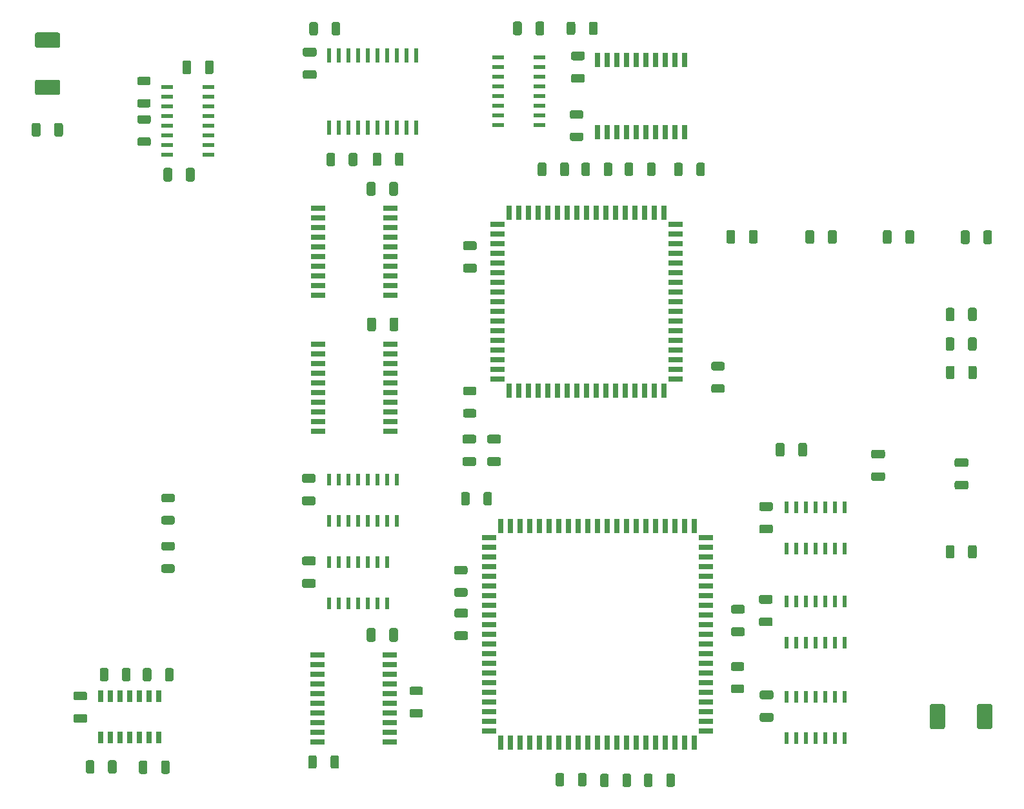
<source format=gbr>
%TF.GenerationSoftware,KiCad,Pcbnew,(5.1.12)-1*%
%TF.CreationDate,2022-12-05T14:55:24+01:00*%
%TF.ProjectId,atonceplus,61746f6e-6365-4706-9c75-732e6b696361,rev?*%
%TF.SameCoordinates,Original*%
%TF.FileFunction,Paste,Top*%
%TF.FilePolarity,Positive*%
%FSLAX46Y46*%
G04 Gerber Fmt 4.6, Leading zero omitted, Abs format (unit mm)*
G04 Created by KiCad (PCBNEW (5.1.12)-1) date 2022-12-05 14:55:24*
%MOMM*%
%LPD*%
G01*
G04 APERTURE LIST*
%ADD10R,1.525000X0.600000*%
%ADD11R,0.600000X1.525000*%
%ADD12R,0.600000X1.950000*%
%ADD13R,0.700000X1.925000*%
%ADD14R,1.925000X0.700000*%
%ADD15R,1.950000X0.650000*%
%ADD16R,0.650000X1.950000*%
%ADD17R,0.650000X1.525000*%
G04 APERTURE END LIST*
D10*
%TO.C,U35*%
X146608000Y-44205000D03*
X146608000Y-45475000D03*
X146608000Y-46745000D03*
X146608000Y-48015000D03*
X146608000Y-49285000D03*
X146608000Y-50555000D03*
X146608000Y-51825000D03*
X146608000Y-53095000D03*
X152032000Y-53095000D03*
X152032000Y-51825000D03*
X152032000Y-50555000D03*
X152032000Y-49285000D03*
X152032000Y-48015000D03*
X152032000Y-46745000D03*
X152032000Y-45475000D03*
X152032000Y-44205000D03*
%TD*%
%TO.C,U36*%
X108642000Y-48045000D03*
X108642000Y-49315000D03*
X108642000Y-50585000D03*
X108642000Y-51855000D03*
X108642000Y-53125000D03*
X108642000Y-54395000D03*
X108642000Y-55665000D03*
X108642000Y-56935000D03*
X103218000Y-56935000D03*
X103218000Y-55665000D03*
X103218000Y-54395000D03*
X103218000Y-53125000D03*
X103218000Y-51855000D03*
X103218000Y-50585000D03*
X103218000Y-49315000D03*
X103218000Y-48045000D03*
%TD*%
D11*
%TO.C,U37*%
X124435000Y-105052000D03*
X125705000Y-105052000D03*
X126975000Y-105052000D03*
X128245000Y-105052000D03*
X129515000Y-105052000D03*
X130785000Y-105052000D03*
X132055000Y-105052000D03*
X133325000Y-105052000D03*
X133325000Y-99628000D03*
X132055000Y-99628000D03*
X130785000Y-99628000D03*
X129515000Y-99628000D03*
X128245000Y-99628000D03*
X126975000Y-99628000D03*
X125705000Y-99628000D03*
X124435000Y-99628000D03*
%TD*%
%TO.C,U43*%
X124460000Y-115852000D03*
X125730000Y-115852000D03*
X127000000Y-115852000D03*
X128270000Y-115852000D03*
X129540000Y-115852000D03*
X130810000Y-115852000D03*
X132080000Y-115852000D03*
X132080000Y-110428000D03*
X130810000Y-110428000D03*
X129540000Y-110428000D03*
X128270000Y-110428000D03*
X127000000Y-110428000D03*
X125730000Y-110428000D03*
X124460000Y-110428000D03*
%TD*%
D12*
%TO.C,U21*%
X124475000Y-53355000D03*
X125745000Y-53355000D03*
X127015000Y-53355000D03*
X128285000Y-53355000D03*
X129555000Y-53355000D03*
X130825000Y-53355000D03*
X132095000Y-53355000D03*
X133365000Y-53355000D03*
X134635000Y-53355000D03*
X135905000Y-53355000D03*
X135905000Y-43905000D03*
X134635000Y-43905000D03*
X133365000Y-43905000D03*
X132095000Y-43905000D03*
X130825000Y-43905000D03*
X129555000Y-43905000D03*
X128285000Y-43905000D03*
X127015000Y-43905000D03*
X125745000Y-43905000D03*
X124475000Y-43905000D03*
%TD*%
D11*
%TO.C,U15*%
X184470000Y-108652000D03*
X185740000Y-108652000D03*
X187010000Y-108652000D03*
X188280000Y-108652000D03*
X189550000Y-108652000D03*
X190820000Y-108652000D03*
X192090000Y-108652000D03*
X192090000Y-103228000D03*
X190820000Y-103228000D03*
X189550000Y-103228000D03*
X188280000Y-103228000D03*
X187010000Y-103228000D03*
X185740000Y-103228000D03*
X184470000Y-103228000D03*
%TD*%
%TO.C,U45*%
X184470000Y-121032000D03*
X185740000Y-121032000D03*
X187010000Y-121032000D03*
X188280000Y-121032000D03*
X189550000Y-121032000D03*
X190820000Y-121032000D03*
X192090000Y-121032000D03*
X192090000Y-115608000D03*
X190820000Y-115608000D03*
X189550000Y-115608000D03*
X188280000Y-115608000D03*
X187010000Y-115608000D03*
X185740000Y-115608000D03*
X184470000Y-115608000D03*
%TD*%
%TO.C,U28*%
X184480000Y-128138000D03*
X185750000Y-128138000D03*
X187020000Y-128138000D03*
X188290000Y-128138000D03*
X189560000Y-128138000D03*
X190830000Y-128138000D03*
X192100000Y-128138000D03*
X192100000Y-133562000D03*
X190830000Y-133562000D03*
X189560000Y-133562000D03*
X188290000Y-133562000D03*
X187020000Y-133562000D03*
X185750000Y-133562000D03*
X184480000Y-133562000D03*
%TD*%
D13*
%TO.C,U13*%
X158250000Y-87902500D03*
X159520000Y-87902500D03*
X160790000Y-87902500D03*
X162060000Y-87902500D03*
X163330000Y-87902500D03*
X164600000Y-87902500D03*
X165870000Y-87902500D03*
X167140000Y-87902500D03*
X168410000Y-87902500D03*
X156980000Y-87902500D03*
X155710000Y-87902500D03*
X154440000Y-87902500D03*
X153170000Y-87902500D03*
X151900000Y-87902500D03*
X150630000Y-87902500D03*
X149360000Y-87902500D03*
X148090000Y-87902500D03*
D14*
X169922500Y-86390000D03*
X169922500Y-85120000D03*
X169922500Y-83850000D03*
X169922500Y-82580000D03*
X169922500Y-81310000D03*
X169922500Y-80040000D03*
X169922500Y-78770000D03*
X169922500Y-77500000D03*
X169922500Y-76230000D03*
X169922500Y-74960000D03*
X169922500Y-73690000D03*
X169922500Y-72420000D03*
X169922500Y-71150000D03*
X169922500Y-69880000D03*
X169922500Y-68610000D03*
X169922500Y-67340000D03*
X169922500Y-66070000D03*
D13*
X168410000Y-64557500D03*
X167140000Y-64557500D03*
X165870000Y-64557500D03*
X164600000Y-64557500D03*
X163330000Y-64557500D03*
X162060000Y-64557500D03*
X160790000Y-64557500D03*
X159520000Y-64557500D03*
X158250000Y-64557500D03*
X156980000Y-64557500D03*
X155710000Y-64557500D03*
X154440000Y-64557500D03*
X153170000Y-64557500D03*
X151900000Y-64557500D03*
X150630000Y-64557500D03*
X149360000Y-64557500D03*
X148090000Y-64557500D03*
D14*
X146577500Y-66070000D03*
X146577500Y-67340000D03*
X146577500Y-68610000D03*
X146577500Y-69880000D03*
X146577500Y-71150000D03*
X146577500Y-72420000D03*
X146577500Y-73690000D03*
X146577500Y-74960000D03*
X146577500Y-76230000D03*
X146577500Y-77500000D03*
X146577500Y-78770000D03*
X146577500Y-80040000D03*
X146577500Y-81310000D03*
X146577500Y-82580000D03*
X146577500Y-83850000D03*
X146577500Y-85120000D03*
X146577500Y-86390000D03*
%TD*%
%TO.C,C10*%
G36*
G01*
X86100000Y-40900000D02*
X88900000Y-40900000D01*
G75*
G02*
X89150000Y-41150000I0J-250000D01*
G01*
X89150000Y-42650000D01*
G75*
G02*
X88900000Y-42900000I-250000J0D01*
G01*
X86100000Y-42900000D01*
G75*
G02*
X85850000Y-42650000I0J250000D01*
G01*
X85850000Y-41150000D01*
G75*
G02*
X86100000Y-40900000I250000J0D01*
G01*
G37*
G36*
G01*
X86100000Y-47100000D02*
X88900000Y-47100000D01*
G75*
G02*
X89150000Y-47350000I0J-250000D01*
G01*
X89150000Y-48850000D01*
G75*
G02*
X88900000Y-49100000I-250000J0D01*
G01*
X86100000Y-49100000D01*
G75*
G02*
X85850000Y-48850000I0J250000D01*
G01*
X85850000Y-47350000D01*
G75*
G02*
X86100000Y-47100000I250000J0D01*
G01*
G37*
%TD*%
%TO.C,C11*%
G36*
G01*
X205260000Y-129350000D02*
X205260000Y-132150000D01*
G75*
G02*
X205010000Y-132400000I-250000J0D01*
G01*
X203510000Y-132400000D01*
G75*
G02*
X203260000Y-132150000I0J250000D01*
G01*
X203260000Y-129350000D01*
G75*
G02*
X203510000Y-129100000I250000J0D01*
G01*
X205010000Y-129100000D01*
G75*
G02*
X205260000Y-129350000I0J-250000D01*
G01*
G37*
G36*
G01*
X211460000Y-129350000D02*
X211460000Y-132150000D01*
G75*
G02*
X211210000Y-132400000I-250000J0D01*
G01*
X209710000Y-132400000D01*
G75*
G02*
X209460000Y-132150000I0J250000D01*
G01*
X209460000Y-129350000D01*
G75*
G02*
X209710000Y-129100000I250000J0D01*
G01*
X211210000Y-129100000D01*
G75*
G02*
X211460000Y-129350000I0J-250000D01*
G01*
G37*
%TD*%
%TO.C,C12*%
G36*
G01*
X88370000Y-54330001D02*
X88370000Y-53029999D01*
G75*
G02*
X88619999Y-52780000I249999J0D01*
G01*
X89270001Y-52780000D01*
G75*
G02*
X89520000Y-53029999I0J-249999D01*
G01*
X89520000Y-54330001D01*
G75*
G02*
X89270001Y-54580000I-249999J0D01*
G01*
X88619999Y-54580000D01*
G75*
G02*
X88370000Y-54330001I0J249999D01*
G01*
G37*
G36*
G01*
X85420000Y-54330001D02*
X85420000Y-53029999D01*
G75*
G02*
X85669999Y-52780000I249999J0D01*
G01*
X86320001Y-52780000D01*
G75*
G02*
X86570000Y-53029999I0J-249999D01*
G01*
X86570000Y-54330001D01*
G75*
G02*
X86320001Y-54580000I-249999J0D01*
G01*
X85669999Y-54580000D01*
G75*
G02*
X85420000Y-54330001I0J249999D01*
G01*
G37*
%TD*%
%TO.C,C13*%
G36*
G01*
X143560001Y-72425000D02*
X142259999Y-72425000D01*
G75*
G02*
X142010000Y-72175001I0J249999D01*
G01*
X142010000Y-71524999D01*
G75*
G02*
X142259999Y-71275000I249999J0D01*
G01*
X143560001Y-71275000D01*
G75*
G02*
X143810000Y-71524999I0J-249999D01*
G01*
X143810000Y-72175001D01*
G75*
G02*
X143560001Y-72425000I-249999J0D01*
G01*
G37*
G36*
G01*
X143560001Y-69475000D02*
X142259999Y-69475000D01*
G75*
G02*
X142010000Y-69225001I0J249999D01*
G01*
X142010000Y-68574999D01*
G75*
G02*
X142259999Y-68325000I249999J0D01*
G01*
X143560001Y-68325000D01*
G75*
G02*
X143810000Y-68574999I0J-249999D01*
G01*
X143810000Y-69225001D01*
G75*
G02*
X143560001Y-69475000I-249999J0D01*
G01*
G37*
%TD*%
%TO.C,C14*%
G36*
G01*
X145439999Y-96680000D02*
X146740001Y-96680000D01*
G75*
G02*
X146990000Y-96929999I0J-249999D01*
G01*
X146990000Y-97580001D01*
G75*
G02*
X146740001Y-97830000I-249999J0D01*
G01*
X145439999Y-97830000D01*
G75*
G02*
X145190000Y-97580001I0J249999D01*
G01*
X145190000Y-96929999D01*
G75*
G02*
X145439999Y-96680000I249999J0D01*
G01*
G37*
G36*
G01*
X145439999Y-93730000D02*
X146740001Y-93730000D01*
G75*
G02*
X146990000Y-93979999I0J-249999D01*
G01*
X146990000Y-94630001D01*
G75*
G02*
X146740001Y-94880000I-249999J0D01*
G01*
X145439999Y-94880000D01*
G75*
G02*
X145190000Y-94630001I0J249999D01*
G01*
X145190000Y-93979999D01*
G75*
G02*
X145439999Y-93730000I249999J0D01*
G01*
G37*
%TD*%
%TO.C,C15*%
G36*
G01*
X151810000Y-59530001D02*
X151810000Y-58229999D01*
G75*
G02*
X152059999Y-57980000I249999J0D01*
G01*
X152710001Y-57980000D01*
G75*
G02*
X152960000Y-58229999I0J-249999D01*
G01*
X152960000Y-59530001D01*
G75*
G02*
X152710001Y-59780000I-249999J0D01*
G01*
X152059999Y-59780000D01*
G75*
G02*
X151810000Y-59530001I0J249999D01*
G01*
G37*
G36*
G01*
X154760000Y-59530001D02*
X154760000Y-58229999D01*
G75*
G02*
X155009999Y-57980000I249999J0D01*
G01*
X155660001Y-57980000D01*
G75*
G02*
X155910000Y-58229999I0J-249999D01*
G01*
X155910000Y-59530001D01*
G75*
G02*
X155660001Y-59780000I-249999J0D01*
G01*
X155009999Y-59780000D01*
G75*
G02*
X154760000Y-59530001I0J249999D01*
G01*
G37*
%TD*%
%TO.C,C16*%
G36*
G01*
X130530000Y-60779999D02*
X130530000Y-62080001D01*
G75*
G02*
X130280001Y-62330000I-249999J0D01*
G01*
X129629999Y-62330000D01*
G75*
G02*
X129380000Y-62080001I0J249999D01*
G01*
X129380000Y-60779999D01*
G75*
G02*
X129629999Y-60530000I249999J0D01*
G01*
X130280001Y-60530000D01*
G75*
G02*
X130530000Y-60779999I0J-249999D01*
G01*
G37*
G36*
G01*
X133480000Y-60779999D02*
X133480000Y-62080001D01*
G75*
G02*
X133230001Y-62330000I-249999J0D01*
G01*
X132579999Y-62330000D01*
G75*
G02*
X132330000Y-62080001I0J249999D01*
G01*
X132330000Y-60779999D01*
G75*
G02*
X132579999Y-60530000I249999J0D01*
G01*
X133230001Y-60530000D01*
G75*
G02*
X133480000Y-60779999I0J-249999D01*
G01*
G37*
%TD*%
%TO.C,C17*%
G36*
G01*
X142179999Y-93730000D02*
X143480001Y-93730000D01*
G75*
G02*
X143730000Y-93979999I0J-249999D01*
G01*
X143730000Y-94630001D01*
G75*
G02*
X143480001Y-94880000I-249999J0D01*
G01*
X142179999Y-94880000D01*
G75*
G02*
X141930000Y-94630001I0J249999D01*
G01*
X141930000Y-93979999D01*
G75*
G02*
X142179999Y-93730000I249999J0D01*
G01*
G37*
G36*
G01*
X142179999Y-96680000D02*
X143480001Y-96680000D01*
G75*
G02*
X143730000Y-96929999I0J-249999D01*
G01*
X143730000Y-97580001D01*
G75*
G02*
X143480001Y-97830000I-249999J0D01*
G01*
X142179999Y-97830000D01*
G75*
G02*
X141930000Y-97580001I0J249999D01*
G01*
X141930000Y-96929999D01*
G75*
G02*
X142179999Y-96680000I249999J0D01*
G01*
G37*
%TD*%
%TO.C,C21*%
G36*
G01*
X121239999Y-42900000D02*
X122540001Y-42900000D01*
G75*
G02*
X122790000Y-43149999I0J-249999D01*
G01*
X122790000Y-43800001D01*
G75*
G02*
X122540001Y-44050000I-249999J0D01*
G01*
X121239999Y-44050000D01*
G75*
G02*
X120990000Y-43800001I0J249999D01*
G01*
X120990000Y-43149999D01*
G75*
G02*
X121239999Y-42900000I249999J0D01*
G01*
G37*
G36*
G01*
X121239999Y-45850000D02*
X122540001Y-45850000D01*
G75*
G02*
X122790000Y-46099999I0J-249999D01*
G01*
X122790000Y-46750001D01*
G75*
G02*
X122540001Y-47000000I-249999J0D01*
G01*
X121239999Y-47000000D01*
G75*
G02*
X120990000Y-46750001I0J249999D01*
G01*
X120990000Y-46099999D01*
G75*
G02*
X121239999Y-45850000I249999J0D01*
G01*
G37*
%TD*%
%TO.C,C22*%
G36*
G01*
X197130001Y-96850000D02*
X195829999Y-96850000D01*
G75*
G02*
X195580000Y-96600001I0J249999D01*
G01*
X195580000Y-95949999D01*
G75*
G02*
X195829999Y-95700000I249999J0D01*
G01*
X197130001Y-95700000D01*
G75*
G02*
X197380000Y-95949999I0J-249999D01*
G01*
X197380000Y-96600001D01*
G75*
G02*
X197130001Y-96850000I-249999J0D01*
G01*
G37*
G36*
G01*
X197130001Y-99800000D02*
X195829999Y-99800000D01*
G75*
G02*
X195580000Y-99550001I0J249999D01*
G01*
X195580000Y-98899999D01*
G75*
G02*
X195829999Y-98650000I249999J0D01*
G01*
X197130001Y-98650000D01*
G75*
G02*
X197380000Y-98899999I0J-249999D01*
G01*
X197380000Y-99550001D01*
G75*
G02*
X197130001Y-99800000I-249999J0D01*
G01*
G37*
%TD*%
%TO.C,C23*%
G36*
G01*
X121119999Y-98880000D02*
X122420001Y-98880000D01*
G75*
G02*
X122670000Y-99129999I0J-249999D01*
G01*
X122670000Y-99780001D01*
G75*
G02*
X122420001Y-100030000I-249999J0D01*
G01*
X121119999Y-100030000D01*
G75*
G02*
X120870000Y-99780001I0J249999D01*
G01*
X120870000Y-99129999D01*
G75*
G02*
X121119999Y-98880000I249999J0D01*
G01*
G37*
G36*
G01*
X121119999Y-101830000D02*
X122420001Y-101830000D01*
G75*
G02*
X122670000Y-102079999I0J-249999D01*
G01*
X122670000Y-102730001D01*
G75*
G02*
X122420001Y-102980000I-249999J0D01*
G01*
X121119999Y-102980000D01*
G75*
G02*
X120870000Y-102730001I0J249999D01*
G01*
X120870000Y-102079999D01*
G75*
G02*
X121119999Y-101830000I249999J0D01*
G01*
G37*
%TD*%
%TO.C,C24*%
G36*
G01*
X130530000Y-119369999D02*
X130530000Y-120670001D01*
G75*
G02*
X130280001Y-120920000I-249999J0D01*
G01*
X129629999Y-120920000D01*
G75*
G02*
X129380000Y-120670001I0J249999D01*
G01*
X129380000Y-119369999D01*
G75*
G02*
X129629999Y-119120000I249999J0D01*
G01*
X130280001Y-119120000D01*
G75*
G02*
X130530000Y-119369999I0J-249999D01*
G01*
G37*
G36*
G01*
X133480000Y-119369999D02*
X133480000Y-120670001D01*
G75*
G02*
X133230001Y-120920000I-249999J0D01*
G01*
X132579999Y-120920000D01*
G75*
G02*
X132330000Y-120670001I0J249999D01*
G01*
X132330000Y-119369999D01*
G75*
G02*
X132579999Y-119120000I249999J0D01*
G01*
X133230001Y-119120000D01*
G75*
G02*
X133480000Y-119369999I0J-249999D01*
G01*
G37*
%TD*%
%TO.C,C25*%
G36*
G01*
X91139999Y-127470000D02*
X92440001Y-127470000D01*
G75*
G02*
X92690000Y-127719999I0J-249999D01*
G01*
X92690000Y-128370001D01*
G75*
G02*
X92440001Y-128620000I-249999J0D01*
G01*
X91139999Y-128620000D01*
G75*
G02*
X90890000Y-128370001I0J249999D01*
G01*
X90890000Y-127719999D01*
G75*
G02*
X91139999Y-127470000I249999J0D01*
G01*
G37*
G36*
G01*
X91139999Y-130420000D02*
X92440001Y-130420000D01*
G75*
G02*
X92690000Y-130669999I0J-249999D01*
G01*
X92690000Y-131320001D01*
G75*
G02*
X92440001Y-131570000I-249999J0D01*
G01*
X91139999Y-131570000D01*
G75*
G02*
X90890000Y-131320001I0J249999D01*
G01*
X90890000Y-130669999D01*
G75*
G02*
X91139999Y-130420000I249999J0D01*
G01*
G37*
%TD*%
%TO.C,C27*%
G36*
G01*
X122440001Y-110880000D02*
X121139999Y-110880000D01*
G75*
G02*
X120890000Y-110630001I0J249999D01*
G01*
X120890000Y-109979999D01*
G75*
G02*
X121139999Y-109730000I249999J0D01*
G01*
X122440001Y-109730000D01*
G75*
G02*
X122690000Y-109979999I0J-249999D01*
G01*
X122690000Y-110630001D01*
G75*
G02*
X122440001Y-110880000I-249999J0D01*
G01*
G37*
G36*
G01*
X122440001Y-113830000D02*
X121139999Y-113830000D01*
G75*
G02*
X120890000Y-113580001I0J249999D01*
G01*
X120890000Y-112929999D01*
G75*
G02*
X121139999Y-112680000I249999J0D01*
G01*
X122440001Y-112680000D01*
G75*
G02*
X122690000Y-112929999I0J-249999D01*
G01*
X122690000Y-113580001D01*
G75*
G02*
X122440001Y-113830000I-249999J0D01*
G01*
G37*
%TD*%
%TO.C,C28*%
G36*
G01*
X156439999Y-43400000D02*
X157740001Y-43400000D01*
G75*
G02*
X157990000Y-43649999I0J-249999D01*
G01*
X157990000Y-44300001D01*
G75*
G02*
X157740001Y-44550000I-249999J0D01*
G01*
X156439999Y-44550000D01*
G75*
G02*
X156190000Y-44300001I0J249999D01*
G01*
X156190000Y-43649999D01*
G75*
G02*
X156439999Y-43400000I249999J0D01*
G01*
G37*
G36*
G01*
X156439999Y-46350000D02*
X157740001Y-46350000D01*
G75*
G02*
X157990000Y-46599999I0J-249999D01*
G01*
X157990000Y-47250001D01*
G75*
G02*
X157740001Y-47500000I-249999J0D01*
G01*
X156439999Y-47500000D01*
G75*
G02*
X156190000Y-47250001I0J249999D01*
G01*
X156190000Y-46599999D01*
G75*
G02*
X156439999Y-46350000I249999J0D01*
G01*
G37*
%TD*%
%TO.C,C29*%
G36*
G01*
X149720000Y-39709999D02*
X149720000Y-41010001D01*
G75*
G02*
X149470001Y-41260000I-249999J0D01*
G01*
X148819999Y-41260000D01*
G75*
G02*
X148570000Y-41010001I0J249999D01*
G01*
X148570000Y-39709999D01*
G75*
G02*
X148819999Y-39460000I249999J0D01*
G01*
X149470001Y-39460000D01*
G75*
G02*
X149720000Y-39709999I0J-249999D01*
G01*
G37*
G36*
G01*
X152670000Y-39709999D02*
X152670000Y-41010001D01*
G75*
G02*
X152420001Y-41260000I-249999J0D01*
G01*
X151769999Y-41260000D01*
G75*
G02*
X151520000Y-41010001I0J249999D01*
G01*
X151520000Y-39709999D01*
G75*
G02*
X151769999Y-39460000I249999J0D01*
G01*
X152420001Y-39460000D01*
G75*
G02*
X152670000Y-39709999I0J-249999D01*
G01*
G37*
%TD*%
%TO.C,C31*%
G36*
G01*
X207330000Y-68440001D02*
X207330000Y-67139999D01*
G75*
G02*
X207579999Y-66890000I249999J0D01*
G01*
X208230001Y-66890000D01*
G75*
G02*
X208480000Y-67139999I0J-249999D01*
G01*
X208480000Y-68440001D01*
G75*
G02*
X208230001Y-68690000I-249999J0D01*
G01*
X207579999Y-68690000D01*
G75*
G02*
X207330000Y-68440001I0J249999D01*
G01*
G37*
G36*
G01*
X210280000Y-68440001D02*
X210280000Y-67139999D01*
G75*
G02*
X210529999Y-66890000I249999J0D01*
G01*
X211180001Y-66890000D01*
G75*
G02*
X211430000Y-67139999I0J-249999D01*
G01*
X211430000Y-68440001D01*
G75*
G02*
X211180001Y-68690000I-249999J0D01*
G01*
X210529999Y-68690000D01*
G75*
G02*
X210280000Y-68440001I0J249999D01*
G01*
G37*
%TD*%
%TO.C,C32*%
G36*
G01*
X197110000Y-68410001D02*
X197110000Y-67109999D01*
G75*
G02*
X197359999Y-66860000I249999J0D01*
G01*
X198010001Y-66860000D01*
G75*
G02*
X198260000Y-67109999I0J-249999D01*
G01*
X198260000Y-68410001D01*
G75*
G02*
X198010001Y-68660000I-249999J0D01*
G01*
X197359999Y-68660000D01*
G75*
G02*
X197110000Y-68410001I0J249999D01*
G01*
G37*
G36*
G01*
X200060000Y-68410001D02*
X200060000Y-67109999D01*
G75*
G02*
X200309999Y-66860000I249999J0D01*
G01*
X200960001Y-66860000D01*
G75*
G02*
X201210000Y-67109999I0J-249999D01*
G01*
X201210000Y-68410001D01*
G75*
G02*
X200960001Y-68660000I-249999J0D01*
G01*
X200309999Y-68660000D01*
G75*
G02*
X200060000Y-68410001I0J249999D01*
G01*
G37*
%TD*%
%TO.C,C33*%
G36*
G01*
X189900000Y-68400001D02*
X189900000Y-67099999D01*
G75*
G02*
X190149999Y-66850000I249999J0D01*
G01*
X190800001Y-66850000D01*
G75*
G02*
X191050000Y-67099999I0J-249999D01*
G01*
X191050000Y-68400001D01*
G75*
G02*
X190800001Y-68650000I-249999J0D01*
G01*
X190149999Y-68650000D01*
G75*
G02*
X189900000Y-68400001I0J249999D01*
G01*
G37*
G36*
G01*
X186950000Y-68400001D02*
X186950000Y-67099999D01*
G75*
G02*
X187199999Y-66850000I249999J0D01*
G01*
X187850001Y-66850000D01*
G75*
G02*
X188100000Y-67099999I0J-249999D01*
G01*
X188100000Y-68400001D01*
G75*
G02*
X187850001Y-68650000I-249999J0D01*
G01*
X187199999Y-68650000D01*
G75*
G02*
X186950000Y-68400001I0J249999D01*
G01*
G37*
%TD*%
%TO.C,C34*%
G36*
G01*
X176580000Y-68380001D02*
X176580000Y-67079999D01*
G75*
G02*
X176829999Y-66830000I249999J0D01*
G01*
X177480001Y-66830000D01*
G75*
G02*
X177730000Y-67079999I0J-249999D01*
G01*
X177730000Y-68380001D01*
G75*
G02*
X177480001Y-68630000I-249999J0D01*
G01*
X176829999Y-68630000D01*
G75*
G02*
X176580000Y-68380001I0J249999D01*
G01*
G37*
G36*
G01*
X179530000Y-68380001D02*
X179530000Y-67079999D01*
G75*
G02*
X179779999Y-66830000I249999J0D01*
G01*
X180430001Y-66830000D01*
G75*
G02*
X180680000Y-67079999I0J-249999D01*
G01*
X180680000Y-68380001D01*
G75*
G02*
X180430001Y-68630000I-249999J0D01*
G01*
X179779999Y-68630000D01*
G75*
G02*
X179530000Y-68380001I0J249999D01*
G01*
G37*
%TD*%
%TO.C,C35*%
G36*
G01*
X103850000Y-58919999D02*
X103850000Y-60220001D01*
G75*
G02*
X103600001Y-60470000I-249999J0D01*
G01*
X102949999Y-60470000D01*
G75*
G02*
X102700000Y-60220001I0J249999D01*
G01*
X102700000Y-58919999D01*
G75*
G02*
X102949999Y-58670000I249999J0D01*
G01*
X103600001Y-58670000D01*
G75*
G02*
X103850000Y-58919999I0J-249999D01*
G01*
G37*
G36*
G01*
X106800000Y-58919999D02*
X106800000Y-60220001D01*
G75*
G02*
X106550001Y-60470000I-249999J0D01*
G01*
X105899999Y-60470000D01*
G75*
G02*
X105650000Y-60220001I0J249999D01*
G01*
X105650000Y-58919999D01*
G75*
G02*
X105899999Y-58670000I249999J0D01*
G01*
X106550001Y-58670000D01*
G75*
G02*
X106800000Y-58919999I0J-249999D01*
G01*
G37*
%TD*%
%TO.C,C36*%
G36*
G01*
X109290000Y-44819999D02*
X109290000Y-46120001D01*
G75*
G02*
X109040001Y-46370000I-249999J0D01*
G01*
X108389999Y-46370000D01*
G75*
G02*
X108140000Y-46120001I0J249999D01*
G01*
X108140000Y-44819999D01*
G75*
G02*
X108389999Y-44570000I249999J0D01*
G01*
X109040001Y-44570000D01*
G75*
G02*
X109290000Y-44819999I0J-249999D01*
G01*
G37*
G36*
G01*
X106340000Y-44819999D02*
X106340000Y-46120001D01*
G75*
G02*
X106090001Y-46370000I-249999J0D01*
G01*
X105439999Y-46370000D01*
G75*
G02*
X105190000Y-46120001I0J249999D01*
G01*
X105190000Y-44819999D01*
G75*
G02*
X105439999Y-44570000I249999J0D01*
G01*
X106090001Y-44570000D01*
G75*
G02*
X106340000Y-44819999I0J-249999D01*
G01*
G37*
%TD*%
%TO.C,C37*%
G36*
G01*
X182500001Y-128470000D02*
X181199999Y-128470000D01*
G75*
G02*
X180950000Y-128220001I0J249999D01*
G01*
X180950000Y-127569999D01*
G75*
G02*
X181199999Y-127320000I249999J0D01*
G01*
X182500001Y-127320000D01*
G75*
G02*
X182750000Y-127569999I0J-249999D01*
G01*
X182750000Y-128220001D01*
G75*
G02*
X182500001Y-128470000I-249999J0D01*
G01*
G37*
G36*
G01*
X182500001Y-131420000D02*
X181199999Y-131420000D01*
G75*
G02*
X180950000Y-131170001I0J249999D01*
G01*
X180950000Y-130519999D01*
G75*
G02*
X181199999Y-130270000I249999J0D01*
G01*
X182500001Y-130270000D01*
G75*
G02*
X182750000Y-130519999I0J-249999D01*
G01*
X182750000Y-131170001D01*
G75*
G02*
X182500001Y-131420000I-249999J0D01*
G01*
G37*
%TD*%
%TO.C,C41*%
G36*
G01*
X182390001Y-118880000D02*
X181089999Y-118880000D01*
G75*
G02*
X180840000Y-118630001I0J249999D01*
G01*
X180840000Y-117979999D01*
G75*
G02*
X181089999Y-117730000I249999J0D01*
G01*
X182390001Y-117730000D01*
G75*
G02*
X182640000Y-117979999I0J-249999D01*
G01*
X182640000Y-118630001D01*
G75*
G02*
X182390001Y-118880000I-249999J0D01*
G01*
G37*
G36*
G01*
X182390001Y-115930000D02*
X181089999Y-115930000D01*
G75*
G02*
X180840000Y-115680001I0J249999D01*
G01*
X180840000Y-115029999D01*
G75*
G02*
X181089999Y-114780000I249999J0D01*
G01*
X182390001Y-114780000D01*
G75*
G02*
X182640000Y-115029999I0J-249999D01*
G01*
X182640000Y-115680001D01*
G75*
G02*
X182390001Y-115930000I-249999J0D01*
G01*
G37*
%TD*%
%TO.C,C42*%
G36*
G01*
X181119999Y-105530000D02*
X182420001Y-105530000D01*
G75*
G02*
X182670000Y-105779999I0J-249999D01*
G01*
X182670000Y-106430001D01*
G75*
G02*
X182420001Y-106680000I-249999J0D01*
G01*
X181119999Y-106680000D01*
G75*
G02*
X180870000Y-106430001I0J249999D01*
G01*
X180870000Y-105779999D01*
G75*
G02*
X181119999Y-105530000I249999J0D01*
G01*
G37*
G36*
G01*
X181119999Y-102580000D02*
X182420001Y-102580000D01*
G75*
G02*
X182670000Y-102829999I0J-249999D01*
G01*
X182670000Y-103480001D01*
G75*
G02*
X182420001Y-103730000I-249999J0D01*
G01*
X181119999Y-103730000D01*
G75*
G02*
X180870000Y-103480001I0J249999D01*
G01*
X180870000Y-102829999D01*
G75*
G02*
X181119999Y-102580000I249999J0D01*
G01*
G37*
%TD*%
%TO.C,C43*%
G36*
G01*
X183050000Y-96350001D02*
X183050000Y-95049999D01*
G75*
G02*
X183299999Y-94800000I249999J0D01*
G01*
X183950001Y-94800000D01*
G75*
G02*
X184200000Y-95049999I0J-249999D01*
G01*
X184200000Y-96350001D01*
G75*
G02*
X183950001Y-96600000I-249999J0D01*
G01*
X183299999Y-96600000D01*
G75*
G02*
X183050000Y-96350001I0J249999D01*
G01*
G37*
G36*
G01*
X186000000Y-96350001D02*
X186000000Y-95049999D01*
G75*
G02*
X186249999Y-94800000I249999J0D01*
G01*
X186900001Y-94800000D01*
G75*
G02*
X187150000Y-95049999I0J-249999D01*
G01*
X187150000Y-96350001D01*
G75*
G02*
X186900001Y-96600000I-249999J0D01*
G01*
X186249999Y-96600000D01*
G75*
G02*
X186000000Y-96350001I0J249999D01*
G01*
G37*
%TD*%
%TO.C,C44*%
G36*
G01*
X208070001Y-97970000D02*
X206769999Y-97970000D01*
G75*
G02*
X206520000Y-97720001I0J249999D01*
G01*
X206520000Y-97069999D01*
G75*
G02*
X206769999Y-96820000I249999J0D01*
G01*
X208070001Y-96820000D01*
G75*
G02*
X208320000Y-97069999I0J-249999D01*
G01*
X208320000Y-97720001D01*
G75*
G02*
X208070001Y-97970000I-249999J0D01*
G01*
G37*
G36*
G01*
X208070001Y-100920000D02*
X206769999Y-100920000D01*
G75*
G02*
X206520000Y-100670001I0J249999D01*
G01*
X206520000Y-100019999D01*
G75*
G02*
X206769999Y-99770000I249999J0D01*
G01*
X208070001Y-99770000D01*
G75*
G02*
X208320000Y-100019999I0J-249999D01*
G01*
X208320000Y-100670001D01*
G75*
G02*
X208070001Y-100920000I-249999J0D01*
G01*
G37*
%TD*%
%TO.C,C45*%
G36*
G01*
X142430001Y-120690000D02*
X141129999Y-120690000D01*
G75*
G02*
X140880000Y-120440001I0J249999D01*
G01*
X140880000Y-119789999D01*
G75*
G02*
X141129999Y-119540000I249999J0D01*
G01*
X142430001Y-119540000D01*
G75*
G02*
X142680000Y-119789999I0J-249999D01*
G01*
X142680000Y-120440001D01*
G75*
G02*
X142430001Y-120690000I-249999J0D01*
G01*
G37*
G36*
G01*
X142430001Y-117740000D02*
X141129999Y-117740000D01*
G75*
G02*
X140880000Y-117490001I0J249999D01*
G01*
X140880000Y-116839999D01*
G75*
G02*
X141129999Y-116590000I249999J0D01*
G01*
X142430001Y-116590000D01*
G75*
G02*
X142680000Y-116839999I0J-249999D01*
G01*
X142680000Y-117490001D01*
G75*
G02*
X142430001Y-117740000I-249999J0D01*
G01*
G37*
%TD*%
%TO.C,C46*%
G36*
G01*
X178730001Y-117230000D02*
X177429999Y-117230000D01*
G75*
G02*
X177180000Y-116980001I0J249999D01*
G01*
X177180000Y-116329999D01*
G75*
G02*
X177429999Y-116080000I249999J0D01*
G01*
X178730001Y-116080000D01*
G75*
G02*
X178980000Y-116329999I0J-249999D01*
G01*
X178980000Y-116980001D01*
G75*
G02*
X178730001Y-117230000I-249999J0D01*
G01*
G37*
G36*
G01*
X178730001Y-120180000D02*
X177429999Y-120180000D01*
G75*
G02*
X177180000Y-119930001I0J249999D01*
G01*
X177180000Y-119279999D01*
G75*
G02*
X177429999Y-119030000I249999J0D01*
G01*
X178730001Y-119030000D01*
G75*
G02*
X178980000Y-119279999I0J-249999D01*
G01*
X178980000Y-119930001D01*
G75*
G02*
X178730001Y-120180000I-249999J0D01*
G01*
G37*
%TD*%
%TO.C,R11*%
G36*
G01*
X141104998Y-110955000D02*
X142355002Y-110955000D01*
G75*
G02*
X142605000Y-111204998I0J-249998D01*
G01*
X142605000Y-111830002D01*
G75*
G02*
X142355002Y-112080000I-249998J0D01*
G01*
X141104998Y-112080000D01*
G75*
G02*
X140855000Y-111830002I0J249998D01*
G01*
X140855000Y-111204998D01*
G75*
G02*
X141104998Y-110955000I249998J0D01*
G01*
G37*
G36*
G01*
X141104998Y-113880000D02*
X142355002Y-113880000D01*
G75*
G02*
X142605000Y-114129998I0J-249998D01*
G01*
X142605000Y-114755002D01*
G75*
G02*
X142355002Y-115005000I-249998J0D01*
G01*
X141104998Y-115005000D01*
G75*
G02*
X140855000Y-114755002I0J249998D01*
G01*
X140855000Y-114129998D01*
G75*
G02*
X141104998Y-113880000I249998J0D01*
G01*
G37*
%TD*%
%TO.C,R12*%
G36*
G01*
X176095002Y-88215000D02*
X174844998Y-88215000D01*
G75*
G02*
X174595000Y-87965002I0J249998D01*
G01*
X174595000Y-87339998D01*
G75*
G02*
X174844998Y-87090000I249998J0D01*
G01*
X176095002Y-87090000D01*
G75*
G02*
X176345000Y-87339998I0J-249998D01*
G01*
X176345000Y-87965002D01*
G75*
G02*
X176095002Y-88215000I-249998J0D01*
G01*
G37*
G36*
G01*
X176095002Y-85290000D02*
X174844998Y-85290000D01*
G75*
G02*
X174595000Y-85040002I0J249998D01*
G01*
X174595000Y-84414998D01*
G75*
G02*
X174844998Y-84165000I249998J0D01*
G01*
X176095002Y-84165000D01*
G75*
G02*
X176345000Y-84414998I0J-249998D01*
G01*
X176345000Y-85040002D01*
G75*
G02*
X176095002Y-85290000I-249998J0D01*
G01*
G37*
%TD*%
%TO.C,R13*%
G36*
G01*
X102684998Y-104400000D02*
X103935002Y-104400000D01*
G75*
G02*
X104185000Y-104649998I0J-249998D01*
G01*
X104185000Y-105275002D01*
G75*
G02*
X103935002Y-105525000I-249998J0D01*
G01*
X102684998Y-105525000D01*
G75*
G02*
X102435000Y-105275002I0J249998D01*
G01*
X102435000Y-104649998D01*
G75*
G02*
X102684998Y-104400000I249998J0D01*
G01*
G37*
G36*
G01*
X102684998Y-101475000D02*
X103935002Y-101475000D01*
G75*
G02*
X104185000Y-101724998I0J-249998D01*
G01*
X104185000Y-102350002D01*
G75*
G02*
X103935002Y-102600000I-249998J0D01*
G01*
X102684998Y-102600000D01*
G75*
G02*
X102435000Y-102350002I0J249998D01*
G01*
X102435000Y-101724998D01*
G75*
G02*
X102684998Y-101475000I249998J0D01*
G01*
G37*
%TD*%
%TO.C,R14*%
G36*
G01*
X103935002Y-111865000D02*
X102684998Y-111865000D01*
G75*
G02*
X102435000Y-111615002I0J249998D01*
G01*
X102435000Y-110989998D01*
G75*
G02*
X102684998Y-110740000I249998J0D01*
G01*
X103935002Y-110740000D01*
G75*
G02*
X104185000Y-110989998I0J-249998D01*
G01*
X104185000Y-111615002D01*
G75*
G02*
X103935002Y-111865000I-249998J0D01*
G01*
G37*
G36*
G01*
X103935002Y-108940000D02*
X102684998Y-108940000D01*
G75*
G02*
X102435000Y-108690002I0J249998D01*
G01*
X102435000Y-108064998D01*
G75*
G02*
X102684998Y-107815000I249998J0D01*
G01*
X103935002Y-107815000D01*
G75*
G02*
X104185000Y-108064998I0J-249998D01*
G01*
X104185000Y-108690002D01*
G75*
G02*
X103935002Y-108940000I-249998J0D01*
G01*
G37*
%TD*%
%TO.C,R15*%
G36*
G01*
X142264998Y-90350000D02*
X143515002Y-90350000D01*
G75*
G02*
X143765000Y-90599998I0J-249998D01*
G01*
X143765000Y-91225002D01*
G75*
G02*
X143515002Y-91475000I-249998J0D01*
G01*
X142264998Y-91475000D01*
G75*
G02*
X142015000Y-91225002I0J249998D01*
G01*
X142015000Y-90599998D01*
G75*
G02*
X142264998Y-90350000I249998J0D01*
G01*
G37*
G36*
G01*
X142264998Y-87425000D02*
X143515002Y-87425000D01*
G75*
G02*
X143765000Y-87674998I0J-249998D01*
G01*
X143765000Y-88300002D01*
G75*
G02*
X143515002Y-88550000I-249998J0D01*
G01*
X142264998Y-88550000D01*
G75*
G02*
X142015000Y-88300002I0J249998D01*
G01*
X142015000Y-87674998D01*
G75*
G02*
X142264998Y-87425000I249998J0D01*
G01*
G37*
%TD*%
%TO.C,R16*%
G36*
G01*
X209425000Y-77304998D02*
X209425000Y-78555002D01*
G75*
G02*
X209175002Y-78805000I-249998J0D01*
G01*
X208549998Y-78805000D01*
G75*
G02*
X208300000Y-78555002I0J249998D01*
G01*
X208300000Y-77304998D01*
G75*
G02*
X208549998Y-77055000I249998J0D01*
G01*
X209175002Y-77055000D01*
G75*
G02*
X209425000Y-77304998I0J-249998D01*
G01*
G37*
G36*
G01*
X206500000Y-77304998D02*
X206500000Y-78555002D01*
G75*
G02*
X206250002Y-78805000I-249998J0D01*
G01*
X205624998Y-78805000D01*
G75*
G02*
X205375000Y-78555002I0J249998D01*
G01*
X205375000Y-77304998D01*
G75*
G02*
X205624998Y-77055000I249998J0D01*
G01*
X206250002Y-77055000D01*
G75*
G02*
X206500000Y-77304998I0J-249998D01*
G01*
G37*
%TD*%
%TO.C,R17*%
G36*
G01*
X206480000Y-81194998D02*
X206480000Y-82445002D01*
G75*
G02*
X206230002Y-82695000I-249998J0D01*
G01*
X205604998Y-82695000D01*
G75*
G02*
X205355000Y-82445002I0J249998D01*
G01*
X205355000Y-81194998D01*
G75*
G02*
X205604998Y-80945000I249998J0D01*
G01*
X206230002Y-80945000D01*
G75*
G02*
X206480000Y-81194998I0J-249998D01*
G01*
G37*
G36*
G01*
X209405000Y-81194998D02*
X209405000Y-82445002D01*
G75*
G02*
X209155002Y-82695000I-249998J0D01*
G01*
X208529998Y-82695000D01*
G75*
G02*
X208280000Y-82445002I0J249998D01*
G01*
X208280000Y-81194998D01*
G75*
G02*
X208529998Y-80945000I249998J0D01*
G01*
X209155002Y-80945000D01*
G75*
G02*
X209405000Y-81194998I0J-249998D01*
G01*
G37*
%TD*%
%TO.C,R31*%
G36*
G01*
X157545002Y-55155000D02*
X156294998Y-55155000D01*
G75*
G02*
X156045000Y-54905002I0J249998D01*
G01*
X156045000Y-54279998D01*
G75*
G02*
X156294998Y-54030000I249998J0D01*
G01*
X157545002Y-54030000D01*
G75*
G02*
X157795000Y-54279998I0J-249998D01*
G01*
X157795000Y-54905002D01*
G75*
G02*
X157545002Y-55155000I-249998J0D01*
G01*
G37*
G36*
G01*
X157545002Y-52230000D02*
X156294998Y-52230000D01*
G75*
G02*
X156045000Y-51980002I0J249998D01*
G01*
X156045000Y-51354998D01*
G75*
G02*
X156294998Y-51105000I249998J0D01*
G01*
X157545002Y-51105000D01*
G75*
G02*
X157795000Y-51354998I0J-249998D01*
G01*
X157795000Y-51980002D01*
G75*
G02*
X157545002Y-52230000I-249998J0D01*
G01*
G37*
%TD*%
%TO.C,R32*%
G36*
G01*
X164340000Y-58224998D02*
X164340000Y-59475002D01*
G75*
G02*
X164090002Y-59725000I-249998J0D01*
G01*
X163464998Y-59725000D01*
G75*
G02*
X163215000Y-59475002I0J249998D01*
G01*
X163215000Y-58224998D01*
G75*
G02*
X163464998Y-57975000I249998J0D01*
G01*
X164090002Y-57975000D01*
G75*
G02*
X164340000Y-58224998I0J-249998D01*
G01*
G37*
G36*
G01*
X167265000Y-58224998D02*
X167265000Y-59475002D01*
G75*
G02*
X167015002Y-59725000I-249998J0D01*
G01*
X166389998Y-59725000D01*
G75*
G02*
X166140000Y-59475002I0J249998D01*
G01*
X166140000Y-58224998D01*
G75*
G02*
X166389998Y-57975000I249998J0D01*
G01*
X167015002Y-57975000D01*
G75*
G02*
X167265000Y-58224998I0J-249998D01*
G01*
G37*
%TD*%
%TO.C,R33*%
G36*
G01*
X173755000Y-58254998D02*
X173755000Y-59505002D01*
G75*
G02*
X173505002Y-59755000I-249998J0D01*
G01*
X172879998Y-59755000D01*
G75*
G02*
X172630000Y-59505002I0J249998D01*
G01*
X172630000Y-58254998D01*
G75*
G02*
X172879998Y-58005000I249998J0D01*
G01*
X173505002Y-58005000D01*
G75*
G02*
X173755000Y-58254998I0J-249998D01*
G01*
G37*
G36*
G01*
X170830000Y-58254998D02*
X170830000Y-59505002D01*
G75*
G02*
X170580002Y-59755000I-249998J0D01*
G01*
X169954998Y-59755000D01*
G75*
G02*
X169705000Y-59505002I0J249998D01*
G01*
X169705000Y-58254998D01*
G75*
G02*
X169954998Y-58005000I249998J0D01*
G01*
X170580002Y-58005000D01*
G75*
G02*
X170830000Y-58254998I0J-249998D01*
G01*
G37*
%TD*%
%TO.C,R34*%
G36*
G01*
X156740000Y-39724998D02*
X156740000Y-40975002D01*
G75*
G02*
X156490002Y-41225000I-249998J0D01*
G01*
X155864998Y-41225000D01*
G75*
G02*
X155615000Y-40975002I0J249998D01*
G01*
X155615000Y-39724998D01*
G75*
G02*
X155864998Y-39475000I249998J0D01*
G01*
X156490002Y-39475000D01*
G75*
G02*
X156740000Y-39724998I0J-249998D01*
G01*
G37*
G36*
G01*
X159665000Y-39724998D02*
X159665000Y-40975002D01*
G75*
G02*
X159415002Y-41225000I-249998J0D01*
G01*
X158789998Y-41225000D01*
G75*
G02*
X158540000Y-40975002I0J249998D01*
G01*
X158540000Y-39724998D01*
G75*
G02*
X158789998Y-39475000I249998J0D01*
G01*
X159415002Y-39475000D01*
G75*
G02*
X159665000Y-39724998I0J-249998D01*
G01*
G37*
%TD*%
%TO.C,R35*%
G36*
G01*
X124770000Y-41035002D02*
X124770000Y-39784998D01*
G75*
G02*
X125019998Y-39535000I249998J0D01*
G01*
X125645002Y-39535000D01*
G75*
G02*
X125895000Y-39784998I0J-249998D01*
G01*
X125895000Y-41035002D01*
G75*
G02*
X125645002Y-41285000I-249998J0D01*
G01*
X125019998Y-41285000D01*
G75*
G02*
X124770000Y-41035002I0J249998D01*
G01*
G37*
G36*
G01*
X121845000Y-41035002D02*
X121845000Y-39784998D01*
G75*
G02*
X122094998Y-39535000I249998J0D01*
G01*
X122720002Y-39535000D01*
G75*
G02*
X122970000Y-39784998I0J-249998D01*
G01*
X122970000Y-41035002D01*
G75*
G02*
X122720002Y-41285000I-249998J0D01*
G01*
X122094998Y-41285000D01*
G75*
G02*
X121845000Y-41035002I0J249998D01*
G01*
G37*
%TD*%
%TO.C,R36*%
G36*
G01*
X124095000Y-58205002D02*
X124095000Y-56954998D01*
G75*
G02*
X124344998Y-56705000I249998J0D01*
G01*
X124970002Y-56705000D01*
G75*
G02*
X125220000Y-56954998I0J-249998D01*
G01*
X125220000Y-58205002D01*
G75*
G02*
X124970002Y-58455000I-249998J0D01*
G01*
X124344998Y-58455000D01*
G75*
G02*
X124095000Y-58205002I0J249998D01*
G01*
G37*
G36*
G01*
X127020000Y-58205002D02*
X127020000Y-56954998D01*
G75*
G02*
X127269998Y-56705000I249998J0D01*
G01*
X127895002Y-56705000D01*
G75*
G02*
X128145000Y-56954998I0J-249998D01*
G01*
X128145000Y-58205002D01*
G75*
G02*
X127895002Y-58455000I-249998J0D01*
G01*
X127269998Y-58455000D01*
G75*
G02*
X127020000Y-58205002I0J249998D01*
G01*
G37*
%TD*%
%TO.C,R37*%
G36*
G01*
X100775002Y-47830000D02*
X99524998Y-47830000D01*
G75*
G02*
X99275000Y-47580002I0J249998D01*
G01*
X99275000Y-46954998D01*
G75*
G02*
X99524998Y-46705000I249998J0D01*
G01*
X100775002Y-46705000D01*
G75*
G02*
X101025000Y-46954998I0J-249998D01*
G01*
X101025000Y-47580002D01*
G75*
G02*
X100775002Y-47830000I-249998J0D01*
G01*
G37*
G36*
G01*
X100775002Y-50755000D02*
X99524998Y-50755000D01*
G75*
G02*
X99275000Y-50505002I0J249998D01*
G01*
X99275000Y-49879998D01*
G75*
G02*
X99524998Y-49630000I249998J0D01*
G01*
X100775002Y-49630000D01*
G75*
G02*
X101025000Y-49879998I0J-249998D01*
G01*
X101025000Y-50505002D01*
G75*
G02*
X100775002Y-50755000I-249998J0D01*
G01*
G37*
%TD*%
%TO.C,R38*%
G36*
G01*
X99544998Y-51745000D02*
X100795002Y-51745000D01*
G75*
G02*
X101045000Y-51994998I0J-249998D01*
G01*
X101045000Y-52620002D01*
G75*
G02*
X100795002Y-52870000I-249998J0D01*
G01*
X99544998Y-52870000D01*
G75*
G02*
X99295000Y-52620002I0J249998D01*
G01*
X99295000Y-51994998D01*
G75*
G02*
X99544998Y-51745000I249998J0D01*
G01*
G37*
G36*
G01*
X99544998Y-54670000D02*
X100795002Y-54670000D01*
G75*
G02*
X101045000Y-54919998I0J-249998D01*
G01*
X101045000Y-55545002D01*
G75*
G02*
X100795002Y-55795000I-249998J0D01*
G01*
X99544998Y-55795000D01*
G75*
G02*
X99295000Y-55545002I0J249998D01*
G01*
X99295000Y-54919998D01*
G75*
G02*
X99544998Y-54670000I249998J0D01*
G01*
G37*
%TD*%
%TO.C,R39*%
G36*
G01*
X133090000Y-58175002D02*
X133090000Y-56924998D01*
G75*
G02*
X133339998Y-56675000I249998J0D01*
G01*
X133965002Y-56675000D01*
G75*
G02*
X134215000Y-56924998I0J-249998D01*
G01*
X134215000Y-58175002D01*
G75*
G02*
X133965002Y-58425000I-249998J0D01*
G01*
X133339998Y-58425000D01*
G75*
G02*
X133090000Y-58175002I0J249998D01*
G01*
G37*
G36*
G01*
X130165000Y-58175002D02*
X130165000Y-56924998D01*
G75*
G02*
X130414998Y-56675000I249998J0D01*
G01*
X131040002Y-56675000D01*
G75*
G02*
X131290000Y-56924998I0J-249998D01*
G01*
X131290000Y-58175002D01*
G75*
G02*
X131040002Y-58425000I-249998J0D01*
G01*
X130414998Y-58425000D01*
G75*
G02*
X130165000Y-58175002I0J249998D01*
G01*
G37*
%TD*%
%TO.C,R41*%
G36*
G01*
X135244998Y-126815000D02*
X136495002Y-126815000D01*
G75*
G02*
X136745000Y-127064998I0J-249998D01*
G01*
X136745000Y-127690002D01*
G75*
G02*
X136495002Y-127940000I-249998J0D01*
G01*
X135244998Y-127940000D01*
G75*
G02*
X134995000Y-127690002I0J249998D01*
G01*
X134995000Y-127064998D01*
G75*
G02*
X135244998Y-126815000I249998J0D01*
G01*
G37*
G36*
G01*
X135244998Y-129740000D02*
X136495002Y-129740000D01*
G75*
G02*
X136745000Y-129989998I0J-249998D01*
G01*
X136745000Y-130615002D01*
G75*
G02*
X136495002Y-130865000I-249998J0D01*
G01*
X135244998Y-130865000D01*
G75*
G02*
X134995000Y-130615002I0J249998D01*
G01*
X134995000Y-129989998D01*
G75*
G02*
X135244998Y-129740000I249998J0D01*
G01*
G37*
%TD*%
%TO.C,R42*%
G36*
G01*
X95437500Y-137985002D02*
X95437500Y-136734998D01*
G75*
G02*
X95687498Y-136485000I249998J0D01*
G01*
X96312502Y-136485000D01*
G75*
G02*
X96562500Y-136734998I0J-249998D01*
G01*
X96562500Y-137985002D01*
G75*
G02*
X96312502Y-138235000I-249998J0D01*
G01*
X95687498Y-138235000D01*
G75*
G02*
X95437500Y-137985002I0J249998D01*
G01*
G37*
G36*
G01*
X92512500Y-137985002D02*
X92512500Y-136734998D01*
G75*
G02*
X92762498Y-136485000I249998J0D01*
G01*
X93387502Y-136485000D01*
G75*
G02*
X93637500Y-136734998I0J-249998D01*
G01*
X93637500Y-137985002D01*
G75*
G02*
X93387502Y-138235000I-249998J0D01*
G01*
X92762498Y-138235000D01*
G75*
G02*
X92512500Y-137985002I0J249998D01*
G01*
G37*
%TD*%
%TO.C,R43*%
G36*
G01*
X100600000Y-136774998D02*
X100600000Y-138025002D01*
G75*
G02*
X100350002Y-138275000I-249998J0D01*
G01*
X99724998Y-138275000D01*
G75*
G02*
X99475000Y-138025002I0J249998D01*
G01*
X99475000Y-136774998D01*
G75*
G02*
X99724998Y-136525000I249998J0D01*
G01*
X100350002Y-136525000D01*
G75*
G02*
X100600000Y-136774998I0J-249998D01*
G01*
G37*
G36*
G01*
X103525000Y-136774998D02*
X103525000Y-138025002D01*
G75*
G02*
X103275002Y-138275000I-249998J0D01*
G01*
X102649998Y-138275000D01*
G75*
G02*
X102400000Y-138025002I0J249998D01*
G01*
X102400000Y-136774998D01*
G75*
G02*
X102649998Y-136525000I249998J0D01*
G01*
X103275002Y-136525000D01*
G75*
G02*
X103525000Y-136774998I0J-249998D01*
G01*
G37*
%TD*%
%TO.C,R44*%
G36*
G01*
X104037500Y-124624998D02*
X104037500Y-125875002D01*
G75*
G02*
X103787502Y-126125000I-249998J0D01*
G01*
X103162498Y-126125000D01*
G75*
G02*
X102912500Y-125875002I0J249998D01*
G01*
X102912500Y-124624998D01*
G75*
G02*
X103162498Y-124375000I249998J0D01*
G01*
X103787502Y-124375000D01*
G75*
G02*
X104037500Y-124624998I0J-249998D01*
G01*
G37*
G36*
G01*
X101112500Y-124624998D02*
X101112500Y-125875002D01*
G75*
G02*
X100862502Y-126125000I-249998J0D01*
G01*
X100237498Y-126125000D01*
G75*
G02*
X99987500Y-125875002I0J249998D01*
G01*
X99987500Y-124624998D01*
G75*
G02*
X100237498Y-124375000I249998J0D01*
G01*
X100862502Y-124375000D01*
G75*
G02*
X101112500Y-124624998I0J-249998D01*
G01*
G37*
%TD*%
%TO.C,R45*%
G36*
G01*
X94345000Y-125855002D02*
X94345000Y-124604998D01*
G75*
G02*
X94594998Y-124355000I249998J0D01*
G01*
X95220002Y-124355000D01*
G75*
G02*
X95470000Y-124604998I0J-249998D01*
G01*
X95470000Y-125855002D01*
G75*
G02*
X95220002Y-126105000I-249998J0D01*
G01*
X94594998Y-126105000D01*
G75*
G02*
X94345000Y-125855002I0J249998D01*
G01*
G37*
G36*
G01*
X97270000Y-125855002D02*
X97270000Y-124604998D01*
G75*
G02*
X97519998Y-124355000I249998J0D01*
G01*
X98145002Y-124355000D01*
G75*
G02*
X98395000Y-124604998I0J-249998D01*
G01*
X98395000Y-125855002D01*
G75*
G02*
X98145002Y-126105000I-249998J0D01*
G01*
X97519998Y-126105000D01*
G75*
G02*
X97270000Y-125855002I0J249998D01*
G01*
G37*
%TD*%
%TO.C,R46*%
G36*
G01*
X178665002Y-127665000D02*
X177414998Y-127665000D01*
G75*
G02*
X177165000Y-127415002I0J249998D01*
G01*
X177165000Y-126789998D01*
G75*
G02*
X177414998Y-126540000I249998J0D01*
G01*
X178665002Y-126540000D01*
G75*
G02*
X178915000Y-126789998I0J-249998D01*
G01*
X178915000Y-127415002D01*
G75*
G02*
X178665002Y-127665000I-249998J0D01*
G01*
G37*
G36*
G01*
X178665002Y-124740000D02*
X177414998Y-124740000D01*
G75*
G02*
X177165000Y-124490002I0J249998D01*
G01*
X177165000Y-123864998D01*
G75*
G02*
X177414998Y-123615000I249998J0D01*
G01*
X178665002Y-123615000D01*
G75*
G02*
X178915000Y-123864998I0J-249998D01*
G01*
X178915000Y-124490002D01*
G75*
G02*
X178665002Y-124740000I-249998J0D01*
G01*
G37*
%TD*%
%TO.C,R47*%
G36*
G01*
X160470000Y-59495002D02*
X160470000Y-58244998D01*
G75*
G02*
X160719998Y-57995000I249998J0D01*
G01*
X161345002Y-57995000D01*
G75*
G02*
X161595000Y-58244998I0J-249998D01*
G01*
X161595000Y-59495002D01*
G75*
G02*
X161345002Y-59745000I-249998J0D01*
G01*
X160719998Y-59745000D01*
G75*
G02*
X160470000Y-59495002I0J249998D01*
G01*
G37*
G36*
G01*
X157545000Y-59495002D02*
X157545000Y-58244998D01*
G75*
G02*
X157794998Y-57995000I249998J0D01*
G01*
X158420002Y-57995000D01*
G75*
G02*
X158670000Y-58244998I0J-249998D01*
G01*
X158670000Y-59495002D01*
G75*
G02*
X158420002Y-59745000I-249998J0D01*
G01*
X157794998Y-59745000D01*
G75*
G02*
X157545000Y-59495002I0J249998D01*
G01*
G37*
%TD*%
%TO.C,R48*%
G36*
G01*
X209415000Y-108484998D02*
X209415000Y-109735002D01*
G75*
G02*
X209165002Y-109985000I-249998J0D01*
G01*
X208539998Y-109985000D01*
G75*
G02*
X208290000Y-109735002I0J249998D01*
G01*
X208290000Y-108484998D01*
G75*
G02*
X208539998Y-108235000I249998J0D01*
G01*
X209165002Y-108235000D01*
G75*
G02*
X209415000Y-108484998I0J-249998D01*
G01*
G37*
G36*
G01*
X206490000Y-108484998D02*
X206490000Y-109735002D01*
G75*
G02*
X206240002Y-109985000I-249998J0D01*
G01*
X205614998Y-109985000D01*
G75*
G02*
X205365000Y-109735002I0J249998D01*
G01*
X205365000Y-108484998D01*
G75*
G02*
X205614998Y-108235000I249998J0D01*
G01*
X206240002Y-108235000D01*
G75*
G02*
X206490000Y-108484998I0J-249998D01*
G01*
G37*
%TD*%
%TO.C,R49*%
G36*
G01*
X121695000Y-137335002D02*
X121695000Y-136084998D01*
G75*
G02*
X121944998Y-135835000I249998J0D01*
G01*
X122570002Y-135835000D01*
G75*
G02*
X122820000Y-136084998I0J-249998D01*
G01*
X122820000Y-137335002D01*
G75*
G02*
X122570002Y-137585000I-249998J0D01*
G01*
X121944998Y-137585000D01*
G75*
G02*
X121695000Y-137335002I0J249998D01*
G01*
G37*
G36*
G01*
X124620000Y-137335002D02*
X124620000Y-136084998D01*
G75*
G02*
X124869998Y-135835000I249998J0D01*
G01*
X125495002Y-135835000D01*
G75*
G02*
X125745000Y-136084998I0J-249998D01*
G01*
X125745000Y-137335002D01*
G75*
G02*
X125495002Y-137585000I-249998J0D01*
G01*
X124869998Y-137585000D01*
G75*
G02*
X124620000Y-137335002I0J249998D01*
G01*
G37*
%TD*%
%TO.C,R50*%
G36*
G01*
X144690000Y-102755002D02*
X144690000Y-101504998D01*
G75*
G02*
X144939998Y-101255000I249998J0D01*
G01*
X145565002Y-101255000D01*
G75*
G02*
X145815000Y-101504998I0J-249998D01*
G01*
X145815000Y-102755002D01*
G75*
G02*
X145565002Y-103005000I-249998J0D01*
G01*
X144939998Y-103005000D01*
G75*
G02*
X144690000Y-102755002I0J249998D01*
G01*
G37*
G36*
G01*
X141765000Y-102755002D02*
X141765000Y-101504998D01*
G75*
G02*
X142014998Y-101255000I249998J0D01*
G01*
X142640002Y-101255000D01*
G75*
G02*
X142890000Y-101504998I0J-249998D01*
G01*
X142890000Y-102755002D01*
G75*
G02*
X142640002Y-103005000I-249998J0D01*
G01*
X142014998Y-103005000D01*
G75*
G02*
X141765000Y-102755002I0J249998D01*
G01*
G37*
%TD*%
%TO.C,R110*%
G36*
G01*
X209435000Y-84934998D02*
X209435000Y-86185002D01*
G75*
G02*
X209185002Y-86435000I-249998J0D01*
G01*
X208559998Y-86435000D01*
G75*
G02*
X208310000Y-86185002I0J249998D01*
G01*
X208310000Y-84934998D01*
G75*
G02*
X208559998Y-84685000I249998J0D01*
G01*
X209185002Y-84685000D01*
G75*
G02*
X209435000Y-84934998I0J-249998D01*
G01*
G37*
G36*
G01*
X206510000Y-84934998D02*
X206510000Y-86185002D01*
G75*
G02*
X206260002Y-86435000I-249998J0D01*
G01*
X205634998Y-86435000D01*
G75*
G02*
X205385000Y-86185002I0J249998D01*
G01*
X205385000Y-84934998D01*
G75*
G02*
X205634998Y-84685000I249998J0D01*
G01*
X206260002Y-84685000D01*
G75*
G02*
X206510000Y-84934998I0J-249998D01*
G01*
G37*
%TD*%
%TO.C,R311*%
G36*
G01*
X168680000Y-139735002D02*
X168680000Y-138484998D01*
G75*
G02*
X168929998Y-138235000I249998J0D01*
G01*
X169555002Y-138235000D01*
G75*
G02*
X169805000Y-138484998I0J-249998D01*
G01*
X169805000Y-139735002D01*
G75*
G02*
X169555002Y-139985000I-249998J0D01*
G01*
X168929998Y-139985000D01*
G75*
G02*
X168680000Y-139735002I0J249998D01*
G01*
G37*
G36*
G01*
X165755000Y-139735002D02*
X165755000Y-138484998D01*
G75*
G02*
X166004998Y-138235000I249998J0D01*
G01*
X166630002Y-138235000D01*
G75*
G02*
X166880000Y-138484998I0J-249998D01*
G01*
X166880000Y-139735002D01*
G75*
G02*
X166630002Y-139985000I-249998J0D01*
G01*
X166004998Y-139985000D01*
G75*
G02*
X165755000Y-139735002I0J249998D01*
G01*
G37*
%TD*%
%TO.C,R312*%
G36*
G01*
X162940000Y-139755002D02*
X162940000Y-138504998D01*
G75*
G02*
X163189998Y-138255000I249998J0D01*
G01*
X163815002Y-138255000D01*
G75*
G02*
X164065000Y-138504998I0J-249998D01*
G01*
X164065000Y-139755002D01*
G75*
G02*
X163815002Y-140005000I-249998J0D01*
G01*
X163189998Y-140005000D01*
G75*
G02*
X162940000Y-139755002I0J249998D01*
G01*
G37*
G36*
G01*
X160015000Y-139755002D02*
X160015000Y-138504998D01*
G75*
G02*
X160264998Y-138255000I249998J0D01*
G01*
X160890002Y-138255000D01*
G75*
G02*
X161140000Y-138504998I0J-249998D01*
G01*
X161140000Y-139755002D01*
G75*
G02*
X160890002Y-140005000I-249998J0D01*
G01*
X160264998Y-140005000D01*
G75*
G02*
X160015000Y-139755002I0J249998D01*
G01*
G37*
%TD*%
%TO.C,R313*%
G36*
G01*
X157090000Y-139665002D02*
X157090000Y-138414998D01*
G75*
G02*
X157339998Y-138165000I249998J0D01*
G01*
X157965002Y-138165000D01*
G75*
G02*
X158215000Y-138414998I0J-249998D01*
G01*
X158215000Y-139665002D01*
G75*
G02*
X157965002Y-139915000I-249998J0D01*
G01*
X157339998Y-139915000D01*
G75*
G02*
X157090000Y-139665002I0J249998D01*
G01*
G37*
G36*
G01*
X154165000Y-139665002D02*
X154165000Y-138414998D01*
G75*
G02*
X154414998Y-138165000I249998J0D01*
G01*
X155040002Y-138165000D01*
G75*
G02*
X155290000Y-138414998I0J-249998D01*
G01*
X155290000Y-139665002D01*
G75*
G02*
X155040002Y-139915000I-249998J0D01*
G01*
X154414998Y-139915000D01*
G75*
G02*
X154165000Y-139665002I0J249998D01*
G01*
G37*
%TD*%
%TO.C,C26*%
G36*
G01*
X133530000Y-78589999D02*
X133530000Y-79890001D01*
G75*
G02*
X133280001Y-80140000I-249999J0D01*
G01*
X132629999Y-80140000D01*
G75*
G02*
X132380000Y-79890001I0J249999D01*
G01*
X132380000Y-78589999D01*
G75*
G02*
X132629999Y-78340000I249999J0D01*
G01*
X133280001Y-78340000D01*
G75*
G02*
X133530000Y-78589999I0J-249999D01*
G01*
G37*
G36*
G01*
X130580000Y-78589999D02*
X130580000Y-79890001D01*
G75*
G02*
X130330001Y-80140000I-249999J0D01*
G01*
X129679999Y-80140000D01*
G75*
G02*
X129430000Y-79890001I0J249999D01*
G01*
X129430000Y-78589999D01*
G75*
G02*
X129679999Y-78340000I249999J0D01*
G01*
X130330001Y-78340000D01*
G75*
G02*
X130580000Y-78589999I0J-249999D01*
G01*
G37*
%TD*%
D13*
%TO.C,U41*%
X159680000Y-105725000D03*
X158410000Y-105725000D03*
X157140000Y-105725000D03*
X155870000Y-105725000D03*
X154600000Y-105725000D03*
X153330000Y-105725000D03*
X152060000Y-105725000D03*
X150790000Y-105725000D03*
X149520000Y-105725000D03*
X148250000Y-105725000D03*
X146980000Y-105725000D03*
X160950000Y-105725000D03*
X162220000Y-105725000D03*
X163490000Y-105725000D03*
X164760000Y-105725000D03*
X166030000Y-105725000D03*
X167300000Y-105725000D03*
X168570000Y-105725000D03*
X169840000Y-105725000D03*
X171110000Y-105725000D03*
X172380000Y-105725000D03*
D14*
X145467500Y-107237500D03*
X145467500Y-108507500D03*
X145467500Y-109777500D03*
X145467500Y-111047500D03*
X145467500Y-112317500D03*
X145467500Y-113587500D03*
X145467500Y-114857500D03*
X145467500Y-116127500D03*
X145467500Y-117397500D03*
X145467500Y-118667500D03*
X145467500Y-119937500D03*
X145467500Y-121207500D03*
X145467500Y-122477500D03*
X145467500Y-123747500D03*
X145467500Y-125017500D03*
X145467500Y-126287500D03*
X145467500Y-127557500D03*
X145467500Y-128827500D03*
X145467500Y-130097500D03*
X145467500Y-131367500D03*
X145467500Y-132637500D03*
D13*
X146980000Y-134150000D03*
X148250000Y-134150000D03*
X149520000Y-134150000D03*
X150790000Y-134150000D03*
X152060000Y-134150000D03*
X153330000Y-134150000D03*
X154600000Y-134150000D03*
X155870000Y-134150000D03*
X157140000Y-134150000D03*
X158410000Y-134150000D03*
X159680000Y-134150000D03*
X160950000Y-134150000D03*
X162220000Y-134150000D03*
X163490000Y-134150000D03*
X164760000Y-134150000D03*
X166030000Y-134150000D03*
X167300000Y-134150000D03*
X168570000Y-134150000D03*
X169840000Y-134150000D03*
X171110000Y-134150000D03*
X172380000Y-134150000D03*
D14*
X173892500Y-132637500D03*
X173892500Y-131367500D03*
X173892500Y-130097500D03*
X173892500Y-128827500D03*
X173892500Y-127557500D03*
X173892500Y-126287500D03*
X173892500Y-125017500D03*
X173892500Y-123747500D03*
X173892500Y-122477500D03*
X173892500Y-121207500D03*
X173892500Y-119937500D03*
X173892500Y-118667500D03*
X173892500Y-117397500D03*
X173892500Y-116127500D03*
X173892500Y-114857500D03*
X173892500Y-113587500D03*
X173892500Y-112317500D03*
X173892500Y-111047500D03*
X173892500Y-109777500D03*
X173892500Y-108507500D03*
X173892500Y-107237500D03*
%TD*%
D15*
%TO.C,U24*%
X122925000Y-122635000D03*
X122925000Y-123905000D03*
X122925000Y-125175000D03*
X122925000Y-126445000D03*
X122925000Y-127715000D03*
X122925000Y-128985000D03*
X122925000Y-130255000D03*
X122925000Y-131525000D03*
X122925000Y-132795000D03*
X122925000Y-134065000D03*
X132375000Y-134065000D03*
X132375000Y-132795000D03*
X132375000Y-131525000D03*
X132375000Y-130255000D03*
X132375000Y-128985000D03*
X132375000Y-127715000D03*
X132375000Y-126445000D03*
X132375000Y-125175000D03*
X132375000Y-123905000D03*
X132375000Y-122635000D03*
%TD*%
%TO.C,U25*%
X132445000Y-81805000D03*
X132445000Y-83075000D03*
X132445000Y-84345000D03*
X132445000Y-85615000D03*
X132445000Y-86885000D03*
X132445000Y-88155000D03*
X132445000Y-89425000D03*
X132445000Y-90695000D03*
X132445000Y-91965000D03*
X132445000Y-93235000D03*
X122995000Y-93235000D03*
X122995000Y-91965000D03*
X122995000Y-90695000D03*
X122995000Y-89425000D03*
X122995000Y-88155000D03*
X122995000Y-86885000D03*
X122995000Y-85615000D03*
X122995000Y-84345000D03*
X122995000Y-83075000D03*
X122995000Y-81805000D03*
%TD*%
%TO.C,U26*%
X132445000Y-63965000D03*
X132445000Y-65235000D03*
X132445000Y-66505000D03*
X132445000Y-67775000D03*
X132445000Y-69045000D03*
X132445000Y-70315000D03*
X132445000Y-71585000D03*
X132445000Y-72855000D03*
X132445000Y-74125000D03*
X132445000Y-75395000D03*
X122995000Y-75395000D03*
X122995000Y-74125000D03*
X122995000Y-72855000D03*
X122995000Y-71585000D03*
X122995000Y-70315000D03*
X122995000Y-69045000D03*
X122995000Y-67775000D03*
X122995000Y-66505000D03*
X122995000Y-65235000D03*
X122995000Y-63965000D03*
%TD*%
D16*
%TO.C,U29*%
X159625000Y-53995000D03*
X160895000Y-53995000D03*
X162165000Y-53995000D03*
X163435000Y-53995000D03*
X164705000Y-53995000D03*
X165975000Y-53995000D03*
X167245000Y-53995000D03*
X168515000Y-53995000D03*
X169785000Y-53995000D03*
X171055000Y-53995000D03*
X171055000Y-44545000D03*
X169785000Y-44545000D03*
X168515000Y-44545000D03*
X167245000Y-44545000D03*
X165975000Y-44545000D03*
X164705000Y-44545000D03*
X163435000Y-44545000D03*
X162165000Y-44545000D03*
X160895000Y-44545000D03*
X159625000Y-44545000D03*
%TD*%
D17*
%TO.C,U42*%
X94440000Y-128038000D03*
X95710000Y-128038000D03*
X96980000Y-128038000D03*
X98250000Y-128038000D03*
X99520000Y-128038000D03*
X100790000Y-128038000D03*
X102060000Y-128038000D03*
X102060000Y-133462000D03*
X100790000Y-133462000D03*
X99520000Y-133462000D03*
X98250000Y-133462000D03*
X96980000Y-133462000D03*
X95710000Y-133462000D03*
X94440000Y-133462000D03*
%TD*%
M02*

</source>
